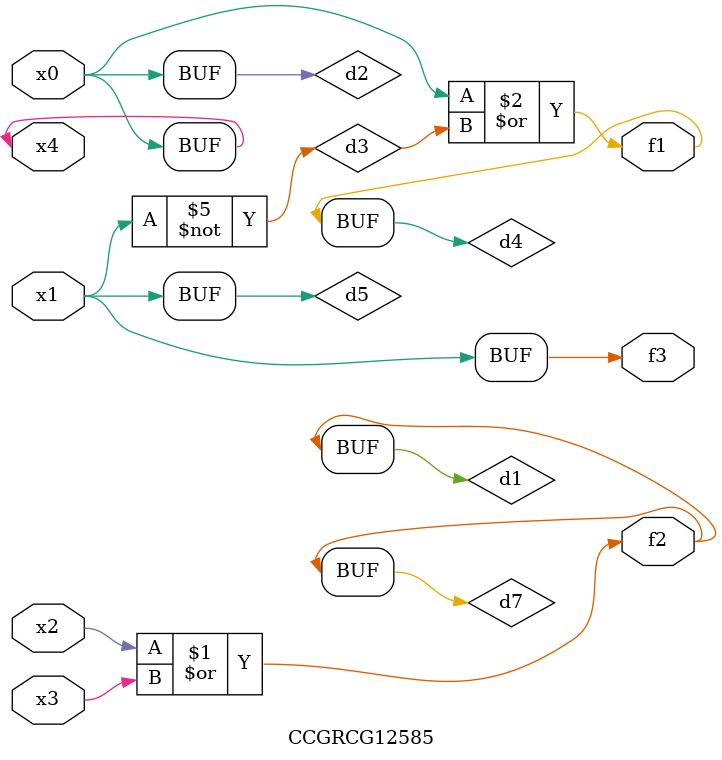
<source format=v>
module CCGRCG12585(
	input x0, x1, x2, x3, x4,
	output f1, f2, f3
);

	wire d1, d2, d3, d4, d5, d6, d7;

	or (d1, x2, x3);
	buf (d2, x0, x4);
	not (d3, x1);
	or (d4, d2, d3);
	not (d5, d3);
	nand (d6, d1, d3);
	or (d7, d1);
	assign f1 = d4;
	assign f2 = d7;
	assign f3 = d5;
endmodule

</source>
